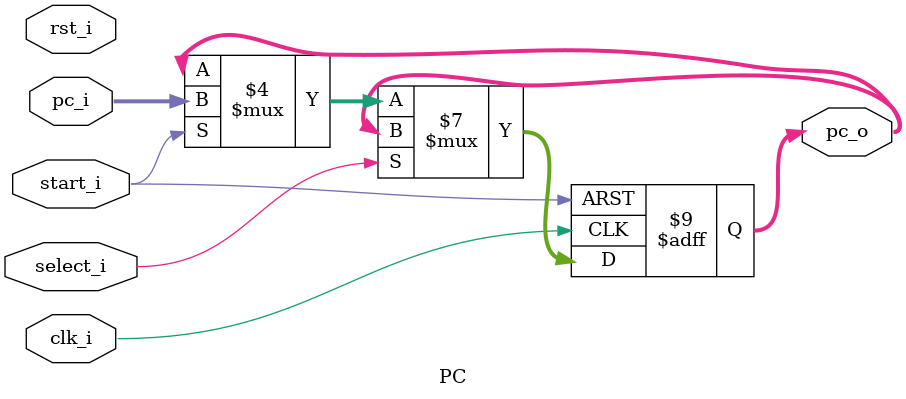
<source format=v>
module PC(
    clk_i,
    rst_i,
    start_i,
    pc_i,
    pc_o,
    select_i
);

// Ports
input               clk_i;
input               rst_i;
input               start_i;
input   [31:0]      pc_i;
output  [31:0]      pc_o;
input               select_i;
// Wires & Registers
reg     [31:0]      tmp_pc_o;
reg     [31:0]      pc_o;


always@(posedge clk_i or negedge start_i) begin
    if(~start_i) begin
        //tmp_pc_o = 32'b0;
        pc_o <= 32'b0;
    end
    else begin
        if (select_i)
            //tmp_pc_o = pc_o;
            pc_o <= pc_o;
        else if (start_i)
            //tmp_pc_o = pc_i;
            pc_o <= pc_i;
        else
            //tmp_pc_o = pc_o;
            pc_o <= pc_o;
    end

    //pc_o = tmp_pc_o;
end
//assign pc_o = tmp_pc_o;

endmodule

</source>
